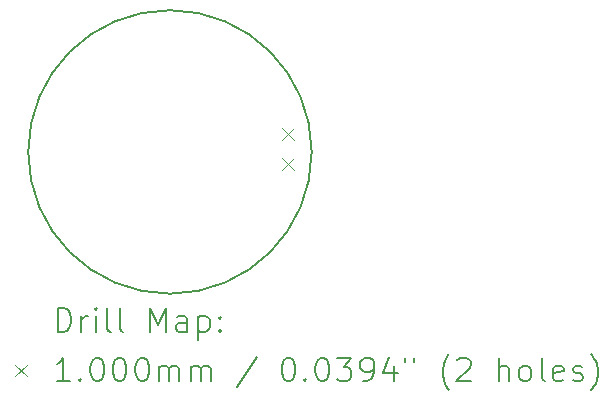
<source format=gbr>
%TF.GenerationSoftware,KiCad,Pcbnew,7.0.6-0*%
%TF.CreationDate,2024-07-04T16:38:05+08:00*%
%TF.ProjectId,led2835,6c656432-3833-4352-9e6b-696361645f70,rev?*%
%TF.SameCoordinates,Original*%
%TF.FileFunction,Drillmap*%
%TF.FilePolarity,Positive*%
%FSLAX45Y45*%
G04 Gerber Fmt 4.5, Leading zero omitted, Abs format (unit mm)*
G04 Created by KiCad (PCBNEW 7.0.6-0) date 2024-07-04 16:38:05*
%MOMM*%
%LPD*%
G01*
G04 APERTURE LIST*
%ADD10C,0.200000*%
%ADD11C,0.100000*%
G04 APERTURE END LIST*
D10*
X16200000Y-10000000D02*
G75*
G03*
X16200000Y-10000000I-1200000J0D01*
G01*
D11*
X15950000Y-9796000D02*
X16050000Y-9896000D01*
X16050000Y-9796000D02*
X15950000Y-9896000D01*
X15950000Y-10050000D02*
X16050000Y-10150000D01*
X16050000Y-10050000D02*
X15950000Y-10150000D01*
D10*
X14050777Y-11521484D02*
X14050777Y-11321484D01*
X14050777Y-11321484D02*
X14098396Y-11321484D01*
X14098396Y-11321484D02*
X14126967Y-11331008D01*
X14126967Y-11331008D02*
X14146015Y-11350055D01*
X14146015Y-11350055D02*
X14155539Y-11369103D01*
X14155539Y-11369103D02*
X14165062Y-11407198D01*
X14165062Y-11407198D02*
X14165062Y-11435769D01*
X14165062Y-11435769D02*
X14155539Y-11473865D01*
X14155539Y-11473865D02*
X14146015Y-11492912D01*
X14146015Y-11492912D02*
X14126967Y-11511960D01*
X14126967Y-11511960D02*
X14098396Y-11521484D01*
X14098396Y-11521484D02*
X14050777Y-11521484D01*
X14250777Y-11521484D02*
X14250777Y-11388150D01*
X14250777Y-11426246D02*
X14260301Y-11407198D01*
X14260301Y-11407198D02*
X14269824Y-11397674D01*
X14269824Y-11397674D02*
X14288872Y-11388150D01*
X14288872Y-11388150D02*
X14307920Y-11388150D01*
X14374586Y-11521484D02*
X14374586Y-11388150D01*
X14374586Y-11321484D02*
X14365062Y-11331008D01*
X14365062Y-11331008D02*
X14374586Y-11340531D01*
X14374586Y-11340531D02*
X14384110Y-11331008D01*
X14384110Y-11331008D02*
X14374586Y-11321484D01*
X14374586Y-11321484D02*
X14374586Y-11340531D01*
X14498396Y-11521484D02*
X14479348Y-11511960D01*
X14479348Y-11511960D02*
X14469824Y-11492912D01*
X14469824Y-11492912D02*
X14469824Y-11321484D01*
X14603158Y-11521484D02*
X14584110Y-11511960D01*
X14584110Y-11511960D02*
X14574586Y-11492912D01*
X14574586Y-11492912D02*
X14574586Y-11321484D01*
X14831729Y-11521484D02*
X14831729Y-11321484D01*
X14831729Y-11321484D02*
X14898396Y-11464341D01*
X14898396Y-11464341D02*
X14965062Y-11321484D01*
X14965062Y-11321484D02*
X14965062Y-11521484D01*
X15146015Y-11521484D02*
X15146015Y-11416722D01*
X15146015Y-11416722D02*
X15136491Y-11397674D01*
X15136491Y-11397674D02*
X15117443Y-11388150D01*
X15117443Y-11388150D02*
X15079348Y-11388150D01*
X15079348Y-11388150D02*
X15060301Y-11397674D01*
X15146015Y-11511960D02*
X15126967Y-11521484D01*
X15126967Y-11521484D02*
X15079348Y-11521484D01*
X15079348Y-11521484D02*
X15060301Y-11511960D01*
X15060301Y-11511960D02*
X15050777Y-11492912D01*
X15050777Y-11492912D02*
X15050777Y-11473865D01*
X15050777Y-11473865D02*
X15060301Y-11454817D01*
X15060301Y-11454817D02*
X15079348Y-11445293D01*
X15079348Y-11445293D02*
X15126967Y-11445293D01*
X15126967Y-11445293D02*
X15146015Y-11435769D01*
X15241253Y-11388150D02*
X15241253Y-11588150D01*
X15241253Y-11397674D02*
X15260301Y-11388150D01*
X15260301Y-11388150D02*
X15298396Y-11388150D01*
X15298396Y-11388150D02*
X15317443Y-11397674D01*
X15317443Y-11397674D02*
X15326967Y-11407198D01*
X15326967Y-11407198D02*
X15336491Y-11426246D01*
X15336491Y-11426246D02*
X15336491Y-11483388D01*
X15336491Y-11483388D02*
X15326967Y-11502436D01*
X15326967Y-11502436D02*
X15317443Y-11511960D01*
X15317443Y-11511960D02*
X15298396Y-11521484D01*
X15298396Y-11521484D02*
X15260301Y-11521484D01*
X15260301Y-11521484D02*
X15241253Y-11511960D01*
X15422205Y-11502436D02*
X15431729Y-11511960D01*
X15431729Y-11511960D02*
X15422205Y-11521484D01*
X15422205Y-11521484D02*
X15412682Y-11511960D01*
X15412682Y-11511960D02*
X15422205Y-11502436D01*
X15422205Y-11502436D02*
X15422205Y-11521484D01*
X15422205Y-11397674D02*
X15431729Y-11407198D01*
X15431729Y-11407198D02*
X15422205Y-11416722D01*
X15422205Y-11416722D02*
X15412682Y-11407198D01*
X15412682Y-11407198D02*
X15422205Y-11397674D01*
X15422205Y-11397674D02*
X15422205Y-11416722D01*
D11*
X13690000Y-11800000D02*
X13790000Y-11900000D01*
X13790000Y-11800000D02*
X13690000Y-11900000D01*
D10*
X14155539Y-11941484D02*
X14041253Y-11941484D01*
X14098396Y-11941484D02*
X14098396Y-11741484D01*
X14098396Y-11741484D02*
X14079348Y-11770055D01*
X14079348Y-11770055D02*
X14060301Y-11789103D01*
X14060301Y-11789103D02*
X14041253Y-11798627D01*
X14241253Y-11922436D02*
X14250777Y-11931960D01*
X14250777Y-11931960D02*
X14241253Y-11941484D01*
X14241253Y-11941484D02*
X14231729Y-11931960D01*
X14231729Y-11931960D02*
X14241253Y-11922436D01*
X14241253Y-11922436D02*
X14241253Y-11941484D01*
X14374586Y-11741484D02*
X14393634Y-11741484D01*
X14393634Y-11741484D02*
X14412682Y-11751008D01*
X14412682Y-11751008D02*
X14422205Y-11760531D01*
X14422205Y-11760531D02*
X14431729Y-11779579D01*
X14431729Y-11779579D02*
X14441253Y-11817674D01*
X14441253Y-11817674D02*
X14441253Y-11865293D01*
X14441253Y-11865293D02*
X14431729Y-11903388D01*
X14431729Y-11903388D02*
X14422205Y-11922436D01*
X14422205Y-11922436D02*
X14412682Y-11931960D01*
X14412682Y-11931960D02*
X14393634Y-11941484D01*
X14393634Y-11941484D02*
X14374586Y-11941484D01*
X14374586Y-11941484D02*
X14355539Y-11931960D01*
X14355539Y-11931960D02*
X14346015Y-11922436D01*
X14346015Y-11922436D02*
X14336491Y-11903388D01*
X14336491Y-11903388D02*
X14326967Y-11865293D01*
X14326967Y-11865293D02*
X14326967Y-11817674D01*
X14326967Y-11817674D02*
X14336491Y-11779579D01*
X14336491Y-11779579D02*
X14346015Y-11760531D01*
X14346015Y-11760531D02*
X14355539Y-11751008D01*
X14355539Y-11751008D02*
X14374586Y-11741484D01*
X14565062Y-11741484D02*
X14584110Y-11741484D01*
X14584110Y-11741484D02*
X14603158Y-11751008D01*
X14603158Y-11751008D02*
X14612682Y-11760531D01*
X14612682Y-11760531D02*
X14622205Y-11779579D01*
X14622205Y-11779579D02*
X14631729Y-11817674D01*
X14631729Y-11817674D02*
X14631729Y-11865293D01*
X14631729Y-11865293D02*
X14622205Y-11903388D01*
X14622205Y-11903388D02*
X14612682Y-11922436D01*
X14612682Y-11922436D02*
X14603158Y-11931960D01*
X14603158Y-11931960D02*
X14584110Y-11941484D01*
X14584110Y-11941484D02*
X14565062Y-11941484D01*
X14565062Y-11941484D02*
X14546015Y-11931960D01*
X14546015Y-11931960D02*
X14536491Y-11922436D01*
X14536491Y-11922436D02*
X14526967Y-11903388D01*
X14526967Y-11903388D02*
X14517443Y-11865293D01*
X14517443Y-11865293D02*
X14517443Y-11817674D01*
X14517443Y-11817674D02*
X14526967Y-11779579D01*
X14526967Y-11779579D02*
X14536491Y-11760531D01*
X14536491Y-11760531D02*
X14546015Y-11751008D01*
X14546015Y-11751008D02*
X14565062Y-11741484D01*
X14755539Y-11741484D02*
X14774586Y-11741484D01*
X14774586Y-11741484D02*
X14793634Y-11751008D01*
X14793634Y-11751008D02*
X14803158Y-11760531D01*
X14803158Y-11760531D02*
X14812682Y-11779579D01*
X14812682Y-11779579D02*
X14822205Y-11817674D01*
X14822205Y-11817674D02*
X14822205Y-11865293D01*
X14822205Y-11865293D02*
X14812682Y-11903388D01*
X14812682Y-11903388D02*
X14803158Y-11922436D01*
X14803158Y-11922436D02*
X14793634Y-11931960D01*
X14793634Y-11931960D02*
X14774586Y-11941484D01*
X14774586Y-11941484D02*
X14755539Y-11941484D01*
X14755539Y-11941484D02*
X14736491Y-11931960D01*
X14736491Y-11931960D02*
X14726967Y-11922436D01*
X14726967Y-11922436D02*
X14717443Y-11903388D01*
X14717443Y-11903388D02*
X14707920Y-11865293D01*
X14707920Y-11865293D02*
X14707920Y-11817674D01*
X14707920Y-11817674D02*
X14717443Y-11779579D01*
X14717443Y-11779579D02*
X14726967Y-11760531D01*
X14726967Y-11760531D02*
X14736491Y-11751008D01*
X14736491Y-11751008D02*
X14755539Y-11741484D01*
X14907920Y-11941484D02*
X14907920Y-11808150D01*
X14907920Y-11827198D02*
X14917443Y-11817674D01*
X14917443Y-11817674D02*
X14936491Y-11808150D01*
X14936491Y-11808150D02*
X14965063Y-11808150D01*
X14965063Y-11808150D02*
X14984110Y-11817674D01*
X14984110Y-11817674D02*
X14993634Y-11836722D01*
X14993634Y-11836722D02*
X14993634Y-11941484D01*
X14993634Y-11836722D02*
X15003158Y-11817674D01*
X15003158Y-11817674D02*
X15022205Y-11808150D01*
X15022205Y-11808150D02*
X15050777Y-11808150D01*
X15050777Y-11808150D02*
X15069824Y-11817674D01*
X15069824Y-11817674D02*
X15079348Y-11836722D01*
X15079348Y-11836722D02*
X15079348Y-11941484D01*
X15174586Y-11941484D02*
X15174586Y-11808150D01*
X15174586Y-11827198D02*
X15184110Y-11817674D01*
X15184110Y-11817674D02*
X15203158Y-11808150D01*
X15203158Y-11808150D02*
X15231729Y-11808150D01*
X15231729Y-11808150D02*
X15250777Y-11817674D01*
X15250777Y-11817674D02*
X15260301Y-11836722D01*
X15260301Y-11836722D02*
X15260301Y-11941484D01*
X15260301Y-11836722D02*
X15269824Y-11817674D01*
X15269824Y-11817674D02*
X15288872Y-11808150D01*
X15288872Y-11808150D02*
X15317443Y-11808150D01*
X15317443Y-11808150D02*
X15336491Y-11817674D01*
X15336491Y-11817674D02*
X15346015Y-11836722D01*
X15346015Y-11836722D02*
X15346015Y-11941484D01*
X15736491Y-11731960D02*
X15565063Y-11989103D01*
X15993634Y-11741484D02*
X16012682Y-11741484D01*
X16012682Y-11741484D02*
X16031729Y-11751008D01*
X16031729Y-11751008D02*
X16041253Y-11760531D01*
X16041253Y-11760531D02*
X16050777Y-11779579D01*
X16050777Y-11779579D02*
X16060301Y-11817674D01*
X16060301Y-11817674D02*
X16060301Y-11865293D01*
X16060301Y-11865293D02*
X16050777Y-11903388D01*
X16050777Y-11903388D02*
X16041253Y-11922436D01*
X16041253Y-11922436D02*
X16031729Y-11931960D01*
X16031729Y-11931960D02*
X16012682Y-11941484D01*
X16012682Y-11941484D02*
X15993634Y-11941484D01*
X15993634Y-11941484D02*
X15974586Y-11931960D01*
X15974586Y-11931960D02*
X15965063Y-11922436D01*
X15965063Y-11922436D02*
X15955539Y-11903388D01*
X15955539Y-11903388D02*
X15946015Y-11865293D01*
X15946015Y-11865293D02*
X15946015Y-11817674D01*
X15946015Y-11817674D02*
X15955539Y-11779579D01*
X15955539Y-11779579D02*
X15965063Y-11760531D01*
X15965063Y-11760531D02*
X15974586Y-11751008D01*
X15974586Y-11751008D02*
X15993634Y-11741484D01*
X16146015Y-11922436D02*
X16155539Y-11931960D01*
X16155539Y-11931960D02*
X16146015Y-11941484D01*
X16146015Y-11941484D02*
X16136491Y-11931960D01*
X16136491Y-11931960D02*
X16146015Y-11922436D01*
X16146015Y-11922436D02*
X16146015Y-11941484D01*
X16279348Y-11741484D02*
X16298396Y-11741484D01*
X16298396Y-11741484D02*
X16317444Y-11751008D01*
X16317444Y-11751008D02*
X16326967Y-11760531D01*
X16326967Y-11760531D02*
X16336491Y-11779579D01*
X16336491Y-11779579D02*
X16346015Y-11817674D01*
X16346015Y-11817674D02*
X16346015Y-11865293D01*
X16346015Y-11865293D02*
X16336491Y-11903388D01*
X16336491Y-11903388D02*
X16326967Y-11922436D01*
X16326967Y-11922436D02*
X16317444Y-11931960D01*
X16317444Y-11931960D02*
X16298396Y-11941484D01*
X16298396Y-11941484D02*
X16279348Y-11941484D01*
X16279348Y-11941484D02*
X16260301Y-11931960D01*
X16260301Y-11931960D02*
X16250777Y-11922436D01*
X16250777Y-11922436D02*
X16241253Y-11903388D01*
X16241253Y-11903388D02*
X16231729Y-11865293D01*
X16231729Y-11865293D02*
X16231729Y-11817674D01*
X16231729Y-11817674D02*
X16241253Y-11779579D01*
X16241253Y-11779579D02*
X16250777Y-11760531D01*
X16250777Y-11760531D02*
X16260301Y-11751008D01*
X16260301Y-11751008D02*
X16279348Y-11741484D01*
X16412682Y-11741484D02*
X16536491Y-11741484D01*
X16536491Y-11741484D02*
X16469825Y-11817674D01*
X16469825Y-11817674D02*
X16498396Y-11817674D01*
X16498396Y-11817674D02*
X16517444Y-11827198D01*
X16517444Y-11827198D02*
X16526967Y-11836722D01*
X16526967Y-11836722D02*
X16536491Y-11855769D01*
X16536491Y-11855769D02*
X16536491Y-11903388D01*
X16536491Y-11903388D02*
X16526967Y-11922436D01*
X16526967Y-11922436D02*
X16517444Y-11931960D01*
X16517444Y-11931960D02*
X16498396Y-11941484D01*
X16498396Y-11941484D02*
X16441253Y-11941484D01*
X16441253Y-11941484D02*
X16422206Y-11931960D01*
X16422206Y-11931960D02*
X16412682Y-11922436D01*
X16631729Y-11941484D02*
X16669825Y-11941484D01*
X16669825Y-11941484D02*
X16688872Y-11931960D01*
X16688872Y-11931960D02*
X16698396Y-11922436D01*
X16698396Y-11922436D02*
X16717444Y-11893865D01*
X16717444Y-11893865D02*
X16726967Y-11855769D01*
X16726967Y-11855769D02*
X16726967Y-11779579D01*
X16726967Y-11779579D02*
X16717444Y-11760531D01*
X16717444Y-11760531D02*
X16707920Y-11751008D01*
X16707920Y-11751008D02*
X16688872Y-11741484D01*
X16688872Y-11741484D02*
X16650777Y-11741484D01*
X16650777Y-11741484D02*
X16631729Y-11751008D01*
X16631729Y-11751008D02*
X16622206Y-11760531D01*
X16622206Y-11760531D02*
X16612682Y-11779579D01*
X16612682Y-11779579D02*
X16612682Y-11827198D01*
X16612682Y-11827198D02*
X16622206Y-11846246D01*
X16622206Y-11846246D02*
X16631729Y-11855769D01*
X16631729Y-11855769D02*
X16650777Y-11865293D01*
X16650777Y-11865293D02*
X16688872Y-11865293D01*
X16688872Y-11865293D02*
X16707920Y-11855769D01*
X16707920Y-11855769D02*
X16717444Y-11846246D01*
X16717444Y-11846246D02*
X16726967Y-11827198D01*
X16898396Y-11808150D02*
X16898396Y-11941484D01*
X16850777Y-11731960D02*
X16803158Y-11874817D01*
X16803158Y-11874817D02*
X16926968Y-11874817D01*
X16993634Y-11741484D02*
X16993634Y-11779579D01*
X17069825Y-11741484D02*
X17069825Y-11779579D01*
X17365063Y-12017674D02*
X17355539Y-12008150D01*
X17355539Y-12008150D02*
X17336491Y-11979579D01*
X17336491Y-11979579D02*
X17326968Y-11960531D01*
X17326968Y-11960531D02*
X17317444Y-11931960D01*
X17317444Y-11931960D02*
X17307920Y-11884341D01*
X17307920Y-11884341D02*
X17307920Y-11846246D01*
X17307920Y-11846246D02*
X17317444Y-11798627D01*
X17317444Y-11798627D02*
X17326968Y-11770055D01*
X17326968Y-11770055D02*
X17336491Y-11751008D01*
X17336491Y-11751008D02*
X17355539Y-11722436D01*
X17355539Y-11722436D02*
X17365063Y-11712912D01*
X17431730Y-11760531D02*
X17441253Y-11751008D01*
X17441253Y-11751008D02*
X17460301Y-11741484D01*
X17460301Y-11741484D02*
X17507920Y-11741484D01*
X17507920Y-11741484D02*
X17526968Y-11751008D01*
X17526968Y-11751008D02*
X17536491Y-11760531D01*
X17536491Y-11760531D02*
X17546015Y-11779579D01*
X17546015Y-11779579D02*
X17546015Y-11798627D01*
X17546015Y-11798627D02*
X17536491Y-11827198D01*
X17536491Y-11827198D02*
X17422206Y-11941484D01*
X17422206Y-11941484D02*
X17546015Y-11941484D01*
X17784111Y-11941484D02*
X17784111Y-11741484D01*
X17869825Y-11941484D02*
X17869825Y-11836722D01*
X17869825Y-11836722D02*
X17860301Y-11817674D01*
X17860301Y-11817674D02*
X17841253Y-11808150D01*
X17841253Y-11808150D02*
X17812682Y-11808150D01*
X17812682Y-11808150D02*
X17793634Y-11817674D01*
X17793634Y-11817674D02*
X17784111Y-11827198D01*
X17993634Y-11941484D02*
X17974587Y-11931960D01*
X17974587Y-11931960D02*
X17965063Y-11922436D01*
X17965063Y-11922436D02*
X17955539Y-11903388D01*
X17955539Y-11903388D02*
X17955539Y-11846246D01*
X17955539Y-11846246D02*
X17965063Y-11827198D01*
X17965063Y-11827198D02*
X17974587Y-11817674D01*
X17974587Y-11817674D02*
X17993634Y-11808150D01*
X17993634Y-11808150D02*
X18022206Y-11808150D01*
X18022206Y-11808150D02*
X18041253Y-11817674D01*
X18041253Y-11817674D02*
X18050777Y-11827198D01*
X18050777Y-11827198D02*
X18060301Y-11846246D01*
X18060301Y-11846246D02*
X18060301Y-11903388D01*
X18060301Y-11903388D02*
X18050777Y-11922436D01*
X18050777Y-11922436D02*
X18041253Y-11931960D01*
X18041253Y-11931960D02*
X18022206Y-11941484D01*
X18022206Y-11941484D02*
X17993634Y-11941484D01*
X18174587Y-11941484D02*
X18155539Y-11931960D01*
X18155539Y-11931960D02*
X18146015Y-11912912D01*
X18146015Y-11912912D02*
X18146015Y-11741484D01*
X18326968Y-11931960D02*
X18307920Y-11941484D01*
X18307920Y-11941484D02*
X18269825Y-11941484D01*
X18269825Y-11941484D02*
X18250777Y-11931960D01*
X18250777Y-11931960D02*
X18241253Y-11912912D01*
X18241253Y-11912912D02*
X18241253Y-11836722D01*
X18241253Y-11836722D02*
X18250777Y-11817674D01*
X18250777Y-11817674D02*
X18269825Y-11808150D01*
X18269825Y-11808150D02*
X18307920Y-11808150D01*
X18307920Y-11808150D02*
X18326968Y-11817674D01*
X18326968Y-11817674D02*
X18336492Y-11836722D01*
X18336492Y-11836722D02*
X18336492Y-11855769D01*
X18336492Y-11855769D02*
X18241253Y-11874817D01*
X18412682Y-11931960D02*
X18431730Y-11941484D01*
X18431730Y-11941484D02*
X18469825Y-11941484D01*
X18469825Y-11941484D02*
X18488873Y-11931960D01*
X18488873Y-11931960D02*
X18498396Y-11912912D01*
X18498396Y-11912912D02*
X18498396Y-11903388D01*
X18498396Y-11903388D02*
X18488873Y-11884341D01*
X18488873Y-11884341D02*
X18469825Y-11874817D01*
X18469825Y-11874817D02*
X18441253Y-11874817D01*
X18441253Y-11874817D02*
X18422206Y-11865293D01*
X18422206Y-11865293D02*
X18412682Y-11846246D01*
X18412682Y-11846246D02*
X18412682Y-11836722D01*
X18412682Y-11836722D02*
X18422206Y-11817674D01*
X18422206Y-11817674D02*
X18441253Y-11808150D01*
X18441253Y-11808150D02*
X18469825Y-11808150D01*
X18469825Y-11808150D02*
X18488873Y-11817674D01*
X18565063Y-12017674D02*
X18574587Y-12008150D01*
X18574587Y-12008150D02*
X18593634Y-11979579D01*
X18593634Y-11979579D02*
X18603158Y-11960531D01*
X18603158Y-11960531D02*
X18612682Y-11931960D01*
X18612682Y-11931960D02*
X18622206Y-11884341D01*
X18622206Y-11884341D02*
X18622206Y-11846246D01*
X18622206Y-11846246D02*
X18612682Y-11798627D01*
X18612682Y-11798627D02*
X18603158Y-11770055D01*
X18603158Y-11770055D02*
X18593634Y-11751008D01*
X18593634Y-11751008D02*
X18574587Y-11722436D01*
X18574587Y-11722436D02*
X18565063Y-11712912D01*
M02*

</source>
